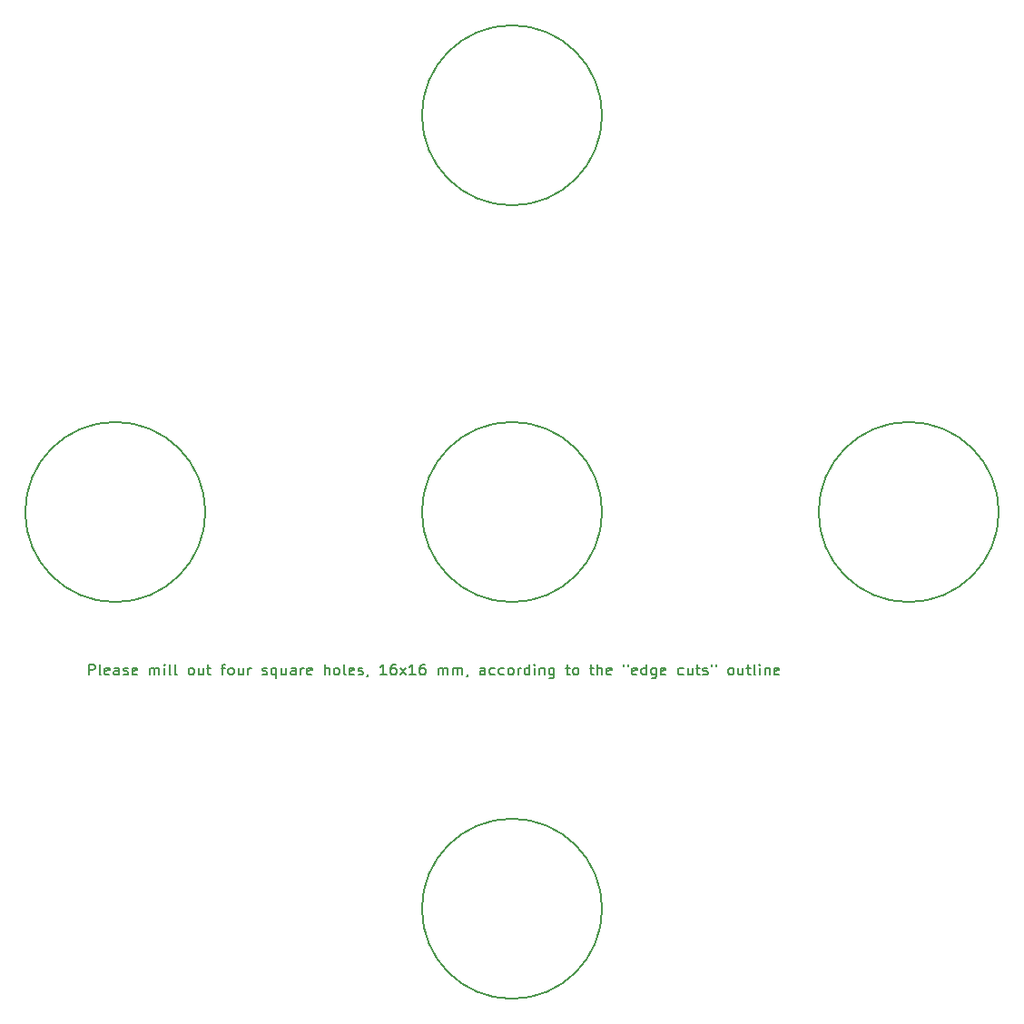
<source format=gbr>
%TF.GenerationSoftware,KiCad,Pcbnew,7.0.5-0*%
%TF.CreationDate,2024-04-09T15:10:57-04:00*%
%TF.ProjectId,quad_sipm,71756164-5f73-4697-906d-2e6b69636164,rev?*%
%TF.SameCoordinates,Original*%
%TF.FileFunction,Other,Comment*%
%FSLAX46Y46*%
G04 Gerber Fmt 4.6, Leading zero omitted, Abs format (unit mm)*
G04 Created by KiCad (PCBNEW 7.0.5-0) date 2024-04-09 15:10:57*
%MOMM*%
%LPD*%
G01*
G04 APERTURE LIST*
%ADD10C,0.150000*%
G04 APERTURE END LIST*
D10*
X60534779Y-115185819D02*
X60534779Y-114185819D01*
X60534779Y-114185819D02*
X60915731Y-114185819D01*
X60915731Y-114185819D02*
X61010969Y-114233438D01*
X61010969Y-114233438D02*
X61058588Y-114281057D01*
X61058588Y-114281057D02*
X61106207Y-114376295D01*
X61106207Y-114376295D02*
X61106207Y-114519152D01*
X61106207Y-114519152D02*
X61058588Y-114614390D01*
X61058588Y-114614390D02*
X61010969Y-114662009D01*
X61010969Y-114662009D02*
X60915731Y-114709628D01*
X60915731Y-114709628D02*
X60534779Y-114709628D01*
X61677636Y-115185819D02*
X61582398Y-115138200D01*
X61582398Y-115138200D02*
X61534779Y-115042961D01*
X61534779Y-115042961D02*
X61534779Y-114185819D01*
X62439541Y-115138200D02*
X62344303Y-115185819D01*
X62344303Y-115185819D02*
X62153827Y-115185819D01*
X62153827Y-115185819D02*
X62058589Y-115138200D01*
X62058589Y-115138200D02*
X62010970Y-115042961D01*
X62010970Y-115042961D02*
X62010970Y-114662009D01*
X62010970Y-114662009D02*
X62058589Y-114566771D01*
X62058589Y-114566771D02*
X62153827Y-114519152D01*
X62153827Y-114519152D02*
X62344303Y-114519152D01*
X62344303Y-114519152D02*
X62439541Y-114566771D01*
X62439541Y-114566771D02*
X62487160Y-114662009D01*
X62487160Y-114662009D02*
X62487160Y-114757247D01*
X62487160Y-114757247D02*
X62010970Y-114852485D01*
X63344303Y-115185819D02*
X63344303Y-114662009D01*
X63344303Y-114662009D02*
X63296684Y-114566771D01*
X63296684Y-114566771D02*
X63201446Y-114519152D01*
X63201446Y-114519152D02*
X63010970Y-114519152D01*
X63010970Y-114519152D02*
X62915732Y-114566771D01*
X63344303Y-115138200D02*
X63249065Y-115185819D01*
X63249065Y-115185819D02*
X63010970Y-115185819D01*
X63010970Y-115185819D02*
X62915732Y-115138200D01*
X62915732Y-115138200D02*
X62868113Y-115042961D01*
X62868113Y-115042961D02*
X62868113Y-114947723D01*
X62868113Y-114947723D02*
X62915732Y-114852485D01*
X62915732Y-114852485D02*
X63010970Y-114804866D01*
X63010970Y-114804866D02*
X63249065Y-114804866D01*
X63249065Y-114804866D02*
X63344303Y-114757247D01*
X63772875Y-115138200D02*
X63868113Y-115185819D01*
X63868113Y-115185819D02*
X64058589Y-115185819D01*
X64058589Y-115185819D02*
X64153827Y-115138200D01*
X64153827Y-115138200D02*
X64201446Y-115042961D01*
X64201446Y-115042961D02*
X64201446Y-114995342D01*
X64201446Y-114995342D02*
X64153827Y-114900104D01*
X64153827Y-114900104D02*
X64058589Y-114852485D01*
X64058589Y-114852485D02*
X63915732Y-114852485D01*
X63915732Y-114852485D02*
X63820494Y-114804866D01*
X63820494Y-114804866D02*
X63772875Y-114709628D01*
X63772875Y-114709628D02*
X63772875Y-114662009D01*
X63772875Y-114662009D02*
X63820494Y-114566771D01*
X63820494Y-114566771D02*
X63915732Y-114519152D01*
X63915732Y-114519152D02*
X64058589Y-114519152D01*
X64058589Y-114519152D02*
X64153827Y-114566771D01*
X65010970Y-115138200D02*
X64915732Y-115185819D01*
X64915732Y-115185819D02*
X64725256Y-115185819D01*
X64725256Y-115185819D02*
X64630018Y-115138200D01*
X64630018Y-115138200D02*
X64582399Y-115042961D01*
X64582399Y-115042961D02*
X64582399Y-114662009D01*
X64582399Y-114662009D02*
X64630018Y-114566771D01*
X64630018Y-114566771D02*
X64725256Y-114519152D01*
X64725256Y-114519152D02*
X64915732Y-114519152D01*
X64915732Y-114519152D02*
X65010970Y-114566771D01*
X65010970Y-114566771D02*
X65058589Y-114662009D01*
X65058589Y-114662009D02*
X65058589Y-114757247D01*
X65058589Y-114757247D02*
X64582399Y-114852485D01*
X66249066Y-115185819D02*
X66249066Y-114519152D01*
X66249066Y-114614390D02*
X66296685Y-114566771D01*
X66296685Y-114566771D02*
X66391923Y-114519152D01*
X66391923Y-114519152D02*
X66534780Y-114519152D01*
X66534780Y-114519152D02*
X66630018Y-114566771D01*
X66630018Y-114566771D02*
X66677637Y-114662009D01*
X66677637Y-114662009D02*
X66677637Y-115185819D01*
X66677637Y-114662009D02*
X66725256Y-114566771D01*
X66725256Y-114566771D02*
X66820494Y-114519152D01*
X66820494Y-114519152D02*
X66963351Y-114519152D01*
X66963351Y-114519152D02*
X67058590Y-114566771D01*
X67058590Y-114566771D02*
X67106209Y-114662009D01*
X67106209Y-114662009D02*
X67106209Y-115185819D01*
X67582399Y-115185819D02*
X67582399Y-114519152D01*
X67582399Y-114185819D02*
X67534780Y-114233438D01*
X67534780Y-114233438D02*
X67582399Y-114281057D01*
X67582399Y-114281057D02*
X67630018Y-114233438D01*
X67630018Y-114233438D02*
X67582399Y-114185819D01*
X67582399Y-114185819D02*
X67582399Y-114281057D01*
X68201446Y-115185819D02*
X68106208Y-115138200D01*
X68106208Y-115138200D02*
X68058589Y-115042961D01*
X68058589Y-115042961D02*
X68058589Y-114185819D01*
X68725256Y-115185819D02*
X68630018Y-115138200D01*
X68630018Y-115138200D02*
X68582399Y-115042961D01*
X68582399Y-115042961D02*
X68582399Y-114185819D01*
X70010971Y-115185819D02*
X69915733Y-115138200D01*
X69915733Y-115138200D02*
X69868114Y-115090580D01*
X69868114Y-115090580D02*
X69820495Y-114995342D01*
X69820495Y-114995342D02*
X69820495Y-114709628D01*
X69820495Y-114709628D02*
X69868114Y-114614390D01*
X69868114Y-114614390D02*
X69915733Y-114566771D01*
X69915733Y-114566771D02*
X70010971Y-114519152D01*
X70010971Y-114519152D02*
X70153828Y-114519152D01*
X70153828Y-114519152D02*
X70249066Y-114566771D01*
X70249066Y-114566771D02*
X70296685Y-114614390D01*
X70296685Y-114614390D02*
X70344304Y-114709628D01*
X70344304Y-114709628D02*
X70344304Y-114995342D01*
X70344304Y-114995342D02*
X70296685Y-115090580D01*
X70296685Y-115090580D02*
X70249066Y-115138200D01*
X70249066Y-115138200D02*
X70153828Y-115185819D01*
X70153828Y-115185819D02*
X70010971Y-115185819D01*
X71201447Y-114519152D02*
X71201447Y-115185819D01*
X70772876Y-114519152D02*
X70772876Y-115042961D01*
X70772876Y-115042961D02*
X70820495Y-115138200D01*
X70820495Y-115138200D02*
X70915733Y-115185819D01*
X70915733Y-115185819D02*
X71058590Y-115185819D01*
X71058590Y-115185819D02*
X71153828Y-115138200D01*
X71153828Y-115138200D02*
X71201447Y-115090580D01*
X71534781Y-114519152D02*
X71915733Y-114519152D01*
X71677638Y-114185819D02*
X71677638Y-115042961D01*
X71677638Y-115042961D02*
X71725257Y-115138200D01*
X71725257Y-115138200D02*
X71820495Y-115185819D01*
X71820495Y-115185819D02*
X71915733Y-115185819D01*
X72868115Y-114519152D02*
X73249067Y-114519152D01*
X73010972Y-115185819D02*
X73010972Y-114328676D01*
X73010972Y-114328676D02*
X73058591Y-114233438D01*
X73058591Y-114233438D02*
X73153829Y-114185819D01*
X73153829Y-114185819D02*
X73249067Y-114185819D01*
X73725258Y-115185819D02*
X73630020Y-115138200D01*
X73630020Y-115138200D02*
X73582401Y-115090580D01*
X73582401Y-115090580D02*
X73534782Y-114995342D01*
X73534782Y-114995342D02*
X73534782Y-114709628D01*
X73534782Y-114709628D02*
X73582401Y-114614390D01*
X73582401Y-114614390D02*
X73630020Y-114566771D01*
X73630020Y-114566771D02*
X73725258Y-114519152D01*
X73725258Y-114519152D02*
X73868115Y-114519152D01*
X73868115Y-114519152D02*
X73963353Y-114566771D01*
X73963353Y-114566771D02*
X74010972Y-114614390D01*
X74010972Y-114614390D02*
X74058591Y-114709628D01*
X74058591Y-114709628D02*
X74058591Y-114995342D01*
X74058591Y-114995342D02*
X74010972Y-115090580D01*
X74010972Y-115090580D02*
X73963353Y-115138200D01*
X73963353Y-115138200D02*
X73868115Y-115185819D01*
X73868115Y-115185819D02*
X73725258Y-115185819D01*
X74915734Y-114519152D02*
X74915734Y-115185819D01*
X74487163Y-114519152D02*
X74487163Y-115042961D01*
X74487163Y-115042961D02*
X74534782Y-115138200D01*
X74534782Y-115138200D02*
X74630020Y-115185819D01*
X74630020Y-115185819D02*
X74772877Y-115185819D01*
X74772877Y-115185819D02*
X74868115Y-115138200D01*
X74868115Y-115138200D02*
X74915734Y-115090580D01*
X75391925Y-115185819D02*
X75391925Y-114519152D01*
X75391925Y-114709628D02*
X75439544Y-114614390D01*
X75439544Y-114614390D02*
X75487163Y-114566771D01*
X75487163Y-114566771D02*
X75582401Y-114519152D01*
X75582401Y-114519152D02*
X75677639Y-114519152D01*
X76725259Y-115138200D02*
X76820497Y-115185819D01*
X76820497Y-115185819D02*
X77010973Y-115185819D01*
X77010973Y-115185819D02*
X77106211Y-115138200D01*
X77106211Y-115138200D02*
X77153830Y-115042961D01*
X77153830Y-115042961D02*
X77153830Y-114995342D01*
X77153830Y-114995342D02*
X77106211Y-114900104D01*
X77106211Y-114900104D02*
X77010973Y-114852485D01*
X77010973Y-114852485D02*
X76868116Y-114852485D01*
X76868116Y-114852485D02*
X76772878Y-114804866D01*
X76772878Y-114804866D02*
X76725259Y-114709628D01*
X76725259Y-114709628D02*
X76725259Y-114662009D01*
X76725259Y-114662009D02*
X76772878Y-114566771D01*
X76772878Y-114566771D02*
X76868116Y-114519152D01*
X76868116Y-114519152D02*
X77010973Y-114519152D01*
X77010973Y-114519152D02*
X77106211Y-114566771D01*
X78010973Y-114519152D02*
X78010973Y-115519152D01*
X78010973Y-115138200D02*
X77915735Y-115185819D01*
X77915735Y-115185819D02*
X77725259Y-115185819D01*
X77725259Y-115185819D02*
X77630021Y-115138200D01*
X77630021Y-115138200D02*
X77582402Y-115090580D01*
X77582402Y-115090580D02*
X77534783Y-114995342D01*
X77534783Y-114995342D02*
X77534783Y-114709628D01*
X77534783Y-114709628D02*
X77582402Y-114614390D01*
X77582402Y-114614390D02*
X77630021Y-114566771D01*
X77630021Y-114566771D02*
X77725259Y-114519152D01*
X77725259Y-114519152D02*
X77915735Y-114519152D01*
X77915735Y-114519152D02*
X78010973Y-114566771D01*
X78915735Y-114519152D02*
X78915735Y-115185819D01*
X78487164Y-114519152D02*
X78487164Y-115042961D01*
X78487164Y-115042961D02*
X78534783Y-115138200D01*
X78534783Y-115138200D02*
X78630021Y-115185819D01*
X78630021Y-115185819D02*
X78772878Y-115185819D01*
X78772878Y-115185819D02*
X78868116Y-115138200D01*
X78868116Y-115138200D02*
X78915735Y-115090580D01*
X79820497Y-115185819D02*
X79820497Y-114662009D01*
X79820497Y-114662009D02*
X79772878Y-114566771D01*
X79772878Y-114566771D02*
X79677640Y-114519152D01*
X79677640Y-114519152D02*
X79487164Y-114519152D01*
X79487164Y-114519152D02*
X79391926Y-114566771D01*
X79820497Y-115138200D02*
X79725259Y-115185819D01*
X79725259Y-115185819D02*
X79487164Y-115185819D01*
X79487164Y-115185819D02*
X79391926Y-115138200D01*
X79391926Y-115138200D02*
X79344307Y-115042961D01*
X79344307Y-115042961D02*
X79344307Y-114947723D01*
X79344307Y-114947723D02*
X79391926Y-114852485D01*
X79391926Y-114852485D02*
X79487164Y-114804866D01*
X79487164Y-114804866D02*
X79725259Y-114804866D01*
X79725259Y-114804866D02*
X79820497Y-114757247D01*
X80296688Y-115185819D02*
X80296688Y-114519152D01*
X80296688Y-114709628D02*
X80344307Y-114614390D01*
X80344307Y-114614390D02*
X80391926Y-114566771D01*
X80391926Y-114566771D02*
X80487164Y-114519152D01*
X80487164Y-114519152D02*
X80582402Y-114519152D01*
X81296688Y-115138200D02*
X81201450Y-115185819D01*
X81201450Y-115185819D02*
X81010974Y-115185819D01*
X81010974Y-115185819D02*
X80915736Y-115138200D01*
X80915736Y-115138200D02*
X80868117Y-115042961D01*
X80868117Y-115042961D02*
X80868117Y-114662009D01*
X80868117Y-114662009D02*
X80915736Y-114566771D01*
X80915736Y-114566771D02*
X81010974Y-114519152D01*
X81010974Y-114519152D02*
X81201450Y-114519152D01*
X81201450Y-114519152D02*
X81296688Y-114566771D01*
X81296688Y-114566771D02*
X81344307Y-114662009D01*
X81344307Y-114662009D02*
X81344307Y-114757247D01*
X81344307Y-114757247D02*
X80868117Y-114852485D01*
X82534784Y-115185819D02*
X82534784Y-114185819D01*
X82963355Y-115185819D02*
X82963355Y-114662009D01*
X82963355Y-114662009D02*
X82915736Y-114566771D01*
X82915736Y-114566771D02*
X82820498Y-114519152D01*
X82820498Y-114519152D02*
X82677641Y-114519152D01*
X82677641Y-114519152D02*
X82582403Y-114566771D01*
X82582403Y-114566771D02*
X82534784Y-114614390D01*
X83582403Y-115185819D02*
X83487165Y-115138200D01*
X83487165Y-115138200D02*
X83439546Y-115090580D01*
X83439546Y-115090580D02*
X83391927Y-114995342D01*
X83391927Y-114995342D02*
X83391927Y-114709628D01*
X83391927Y-114709628D02*
X83439546Y-114614390D01*
X83439546Y-114614390D02*
X83487165Y-114566771D01*
X83487165Y-114566771D02*
X83582403Y-114519152D01*
X83582403Y-114519152D02*
X83725260Y-114519152D01*
X83725260Y-114519152D02*
X83820498Y-114566771D01*
X83820498Y-114566771D02*
X83868117Y-114614390D01*
X83868117Y-114614390D02*
X83915736Y-114709628D01*
X83915736Y-114709628D02*
X83915736Y-114995342D01*
X83915736Y-114995342D02*
X83868117Y-115090580D01*
X83868117Y-115090580D02*
X83820498Y-115138200D01*
X83820498Y-115138200D02*
X83725260Y-115185819D01*
X83725260Y-115185819D02*
X83582403Y-115185819D01*
X84487165Y-115185819D02*
X84391927Y-115138200D01*
X84391927Y-115138200D02*
X84344308Y-115042961D01*
X84344308Y-115042961D02*
X84344308Y-114185819D01*
X85249070Y-115138200D02*
X85153832Y-115185819D01*
X85153832Y-115185819D02*
X84963356Y-115185819D01*
X84963356Y-115185819D02*
X84868118Y-115138200D01*
X84868118Y-115138200D02*
X84820499Y-115042961D01*
X84820499Y-115042961D02*
X84820499Y-114662009D01*
X84820499Y-114662009D02*
X84868118Y-114566771D01*
X84868118Y-114566771D02*
X84963356Y-114519152D01*
X84963356Y-114519152D02*
X85153832Y-114519152D01*
X85153832Y-114519152D02*
X85249070Y-114566771D01*
X85249070Y-114566771D02*
X85296689Y-114662009D01*
X85296689Y-114662009D02*
X85296689Y-114757247D01*
X85296689Y-114757247D02*
X84820499Y-114852485D01*
X85677642Y-115138200D02*
X85772880Y-115185819D01*
X85772880Y-115185819D02*
X85963356Y-115185819D01*
X85963356Y-115185819D02*
X86058594Y-115138200D01*
X86058594Y-115138200D02*
X86106213Y-115042961D01*
X86106213Y-115042961D02*
X86106213Y-114995342D01*
X86106213Y-114995342D02*
X86058594Y-114900104D01*
X86058594Y-114900104D02*
X85963356Y-114852485D01*
X85963356Y-114852485D02*
X85820499Y-114852485D01*
X85820499Y-114852485D02*
X85725261Y-114804866D01*
X85725261Y-114804866D02*
X85677642Y-114709628D01*
X85677642Y-114709628D02*
X85677642Y-114662009D01*
X85677642Y-114662009D02*
X85725261Y-114566771D01*
X85725261Y-114566771D02*
X85820499Y-114519152D01*
X85820499Y-114519152D02*
X85963356Y-114519152D01*
X85963356Y-114519152D02*
X86058594Y-114566771D01*
X86582404Y-115138200D02*
X86582404Y-115185819D01*
X86582404Y-115185819D02*
X86534785Y-115281057D01*
X86534785Y-115281057D02*
X86487166Y-115328676D01*
X88296689Y-115185819D02*
X87725261Y-115185819D01*
X88010975Y-115185819D02*
X88010975Y-114185819D01*
X88010975Y-114185819D02*
X87915737Y-114328676D01*
X87915737Y-114328676D02*
X87820499Y-114423914D01*
X87820499Y-114423914D02*
X87725261Y-114471533D01*
X89153832Y-114185819D02*
X88963356Y-114185819D01*
X88963356Y-114185819D02*
X88868118Y-114233438D01*
X88868118Y-114233438D02*
X88820499Y-114281057D01*
X88820499Y-114281057D02*
X88725261Y-114423914D01*
X88725261Y-114423914D02*
X88677642Y-114614390D01*
X88677642Y-114614390D02*
X88677642Y-114995342D01*
X88677642Y-114995342D02*
X88725261Y-115090580D01*
X88725261Y-115090580D02*
X88772880Y-115138200D01*
X88772880Y-115138200D02*
X88868118Y-115185819D01*
X88868118Y-115185819D02*
X89058594Y-115185819D01*
X89058594Y-115185819D02*
X89153832Y-115138200D01*
X89153832Y-115138200D02*
X89201451Y-115090580D01*
X89201451Y-115090580D02*
X89249070Y-114995342D01*
X89249070Y-114995342D02*
X89249070Y-114757247D01*
X89249070Y-114757247D02*
X89201451Y-114662009D01*
X89201451Y-114662009D02*
X89153832Y-114614390D01*
X89153832Y-114614390D02*
X89058594Y-114566771D01*
X89058594Y-114566771D02*
X88868118Y-114566771D01*
X88868118Y-114566771D02*
X88772880Y-114614390D01*
X88772880Y-114614390D02*
X88725261Y-114662009D01*
X88725261Y-114662009D02*
X88677642Y-114757247D01*
X89582404Y-115185819D02*
X90106213Y-114519152D01*
X89582404Y-114519152D02*
X90106213Y-115185819D01*
X91010975Y-115185819D02*
X90439547Y-115185819D01*
X90725261Y-115185819D02*
X90725261Y-114185819D01*
X90725261Y-114185819D02*
X90630023Y-114328676D01*
X90630023Y-114328676D02*
X90534785Y-114423914D01*
X90534785Y-114423914D02*
X90439547Y-114471533D01*
X91868118Y-114185819D02*
X91677642Y-114185819D01*
X91677642Y-114185819D02*
X91582404Y-114233438D01*
X91582404Y-114233438D02*
X91534785Y-114281057D01*
X91534785Y-114281057D02*
X91439547Y-114423914D01*
X91439547Y-114423914D02*
X91391928Y-114614390D01*
X91391928Y-114614390D02*
X91391928Y-114995342D01*
X91391928Y-114995342D02*
X91439547Y-115090580D01*
X91439547Y-115090580D02*
X91487166Y-115138200D01*
X91487166Y-115138200D02*
X91582404Y-115185819D01*
X91582404Y-115185819D02*
X91772880Y-115185819D01*
X91772880Y-115185819D02*
X91868118Y-115138200D01*
X91868118Y-115138200D02*
X91915737Y-115090580D01*
X91915737Y-115090580D02*
X91963356Y-114995342D01*
X91963356Y-114995342D02*
X91963356Y-114757247D01*
X91963356Y-114757247D02*
X91915737Y-114662009D01*
X91915737Y-114662009D02*
X91868118Y-114614390D01*
X91868118Y-114614390D02*
X91772880Y-114566771D01*
X91772880Y-114566771D02*
X91582404Y-114566771D01*
X91582404Y-114566771D02*
X91487166Y-114614390D01*
X91487166Y-114614390D02*
X91439547Y-114662009D01*
X91439547Y-114662009D02*
X91391928Y-114757247D01*
X93153833Y-115185819D02*
X93153833Y-114519152D01*
X93153833Y-114614390D02*
X93201452Y-114566771D01*
X93201452Y-114566771D02*
X93296690Y-114519152D01*
X93296690Y-114519152D02*
X93439547Y-114519152D01*
X93439547Y-114519152D02*
X93534785Y-114566771D01*
X93534785Y-114566771D02*
X93582404Y-114662009D01*
X93582404Y-114662009D02*
X93582404Y-115185819D01*
X93582404Y-114662009D02*
X93630023Y-114566771D01*
X93630023Y-114566771D02*
X93725261Y-114519152D01*
X93725261Y-114519152D02*
X93868118Y-114519152D01*
X93868118Y-114519152D02*
X93963357Y-114566771D01*
X93963357Y-114566771D02*
X94010976Y-114662009D01*
X94010976Y-114662009D02*
X94010976Y-115185819D01*
X94487166Y-115185819D02*
X94487166Y-114519152D01*
X94487166Y-114614390D02*
X94534785Y-114566771D01*
X94534785Y-114566771D02*
X94630023Y-114519152D01*
X94630023Y-114519152D02*
X94772880Y-114519152D01*
X94772880Y-114519152D02*
X94868118Y-114566771D01*
X94868118Y-114566771D02*
X94915737Y-114662009D01*
X94915737Y-114662009D02*
X94915737Y-115185819D01*
X94915737Y-114662009D02*
X94963356Y-114566771D01*
X94963356Y-114566771D02*
X95058594Y-114519152D01*
X95058594Y-114519152D02*
X95201451Y-114519152D01*
X95201451Y-114519152D02*
X95296690Y-114566771D01*
X95296690Y-114566771D02*
X95344309Y-114662009D01*
X95344309Y-114662009D02*
X95344309Y-115185819D01*
X95868118Y-115138200D02*
X95868118Y-115185819D01*
X95868118Y-115185819D02*
X95820499Y-115281057D01*
X95820499Y-115281057D02*
X95772880Y-115328676D01*
X97487165Y-115185819D02*
X97487165Y-114662009D01*
X97487165Y-114662009D02*
X97439546Y-114566771D01*
X97439546Y-114566771D02*
X97344308Y-114519152D01*
X97344308Y-114519152D02*
X97153832Y-114519152D01*
X97153832Y-114519152D02*
X97058594Y-114566771D01*
X97487165Y-115138200D02*
X97391927Y-115185819D01*
X97391927Y-115185819D02*
X97153832Y-115185819D01*
X97153832Y-115185819D02*
X97058594Y-115138200D01*
X97058594Y-115138200D02*
X97010975Y-115042961D01*
X97010975Y-115042961D02*
X97010975Y-114947723D01*
X97010975Y-114947723D02*
X97058594Y-114852485D01*
X97058594Y-114852485D02*
X97153832Y-114804866D01*
X97153832Y-114804866D02*
X97391927Y-114804866D01*
X97391927Y-114804866D02*
X97487165Y-114757247D01*
X98391927Y-115138200D02*
X98296689Y-115185819D01*
X98296689Y-115185819D02*
X98106213Y-115185819D01*
X98106213Y-115185819D02*
X98010975Y-115138200D01*
X98010975Y-115138200D02*
X97963356Y-115090580D01*
X97963356Y-115090580D02*
X97915737Y-114995342D01*
X97915737Y-114995342D02*
X97915737Y-114709628D01*
X97915737Y-114709628D02*
X97963356Y-114614390D01*
X97963356Y-114614390D02*
X98010975Y-114566771D01*
X98010975Y-114566771D02*
X98106213Y-114519152D01*
X98106213Y-114519152D02*
X98296689Y-114519152D01*
X98296689Y-114519152D02*
X98391927Y-114566771D01*
X99249070Y-115138200D02*
X99153832Y-115185819D01*
X99153832Y-115185819D02*
X98963356Y-115185819D01*
X98963356Y-115185819D02*
X98868118Y-115138200D01*
X98868118Y-115138200D02*
X98820499Y-115090580D01*
X98820499Y-115090580D02*
X98772880Y-114995342D01*
X98772880Y-114995342D02*
X98772880Y-114709628D01*
X98772880Y-114709628D02*
X98820499Y-114614390D01*
X98820499Y-114614390D02*
X98868118Y-114566771D01*
X98868118Y-114566771D02*
X98963356Y-114519152D01*
X98963356Y-114519152D02*
X99153832Y-114519152D01*
X99153832Y-114519152D02*
X99249070Y-114566771D01*
X99820499Y-115185819D02*
X99725261Y-115138200D01*
X99725261Y-115138200D02*
X99677642Y-115090580D01*
X99677642Y-115090580D02*
X99630023Y-114995342D01*
X99630023Y-114995342D02*
X99630023Y-114709628D01*
X99630023Y-114709628D02*
X99677642Y-114614390D01*
X99677642Y-114614390D02*
X99725261Y-114566771D01*
X99725261Y-114566771D02*
X99820499Y-114519152D01*
X99820499Y-114519152D02*
X99963356Y-114519152D01*
X99963356Y-114519152D02*
X100058594Y-114566771D01*
X100058594Y-114566771D02*
X100106213Y-114614390D01*
X100106213Y-114614390D02*
X100153832Y-114709628D01*
X100153832Y-114709628D02*
X100153832Y-114995342D01*
X100153832Y-114995342D02*
X100106213Y-115090580D01*
X100106213Y-115090580D02*
X100058594Y-115138200D01*
X100058594Y-115138200D02*
X99963356Y-115185819D01*
X99963356Y-115185819D02*
X99820499Y-115185819D01*
X100582404Y-115185819D02*
X100582404Y-114519152D01*
X100582404Y-114709628D02*
X100630023Y-114614390D01*
X100630023Y-114614390D02*
X100677642Y-114566771D01*
X100677642Y-114566771D02*
X100772880Y-114519152D01*
X100772880Y-114519152D02*
X100868118Y-114519152D01*
X101630023Y-115185819D02*
X101630023Y-114185819D01*
X101630023Y-115138200D02*
X101534785Y-115185819D01*
X101534785Y-115185819D02*
X101344309Y-115185819D01*
X101344309Y-115185819D02*
X101249071Y-115138200D01*
X101249071Y-115138200D02*
X101201452Y-115090580D01*
X101201452Y-115090580D02*
X101153833Y-114995342D01*
X101153833Y-114995342D02*
X101153833Y-114709628D01*
X101153833Y-114709628D02*
X101201452Y-114614390D01*
X101201452Y-114614390D02*
X101249071Y-114566771D01*
X101249071Y-114566771D02*
X101344309Y-114519152D01*
X101344309Y-114519152D02*
X101534785Y-114519152D01*
X101534785Y-114519152D02*
X101630023Y-114566771D01*
X102106214Y-115185819D02*
X102106214Y-114519152D01*
X102106214Y-114185819D02*
X102058595Y-114233438D01*
X102058595Y-114233438D02*
X102106214Y-114281057D01*
X102106214Y-114281057D02*
X102153833Y-114233438D01*
X102153833Y-114233438D02*
X102106214Y-114185819D01*
X102106214Y-114185819D02*
X102106214Y-114281057D01*
X102582404Y-114519152D02*
X102582404Y-115185819D01*
X102582404Y-114614390D02*
X102630023Y-114566771D01*
X102630023Y-114566771D02*
X102725261Y-114519152D01*
X102725261Y-114519152D02*
X102868118Y-114519152D01*
X102868118Y-114519152D02*
X102963356Y-114566771D01*
X102963356Y-114566771D02*
X103010975Y-114662009D01*
X103010975Y-114662009D02*
X103010975Y-115185819D01*
X103915737Y-114519152D02*
X103915737Y-115328676D01*
X103915737Y-115328676D02*
X103868118Y-115423914D01*
X103868118Y-115423914D02*
X103820499Y-115471533D01*
X103820499Y-115471533D02*
X103725261Y-115519152D01*
X103725261Y-115519152D02*
X103582404Y-115519152D01*
X103582404Y-115519152D02*
X103487166Y-115471533D01*
X103915737Y-115138200D02*
X103820499Y-115185819D01*
X103820499Y-115185819D02*
X103630023Y-115185819D01*
X103630023Y-115185819D02*
X103534785Y-115138200D01*
X103534785Y-115138200D02*
X103487166Y-115090580D01*
X103487166Y-115090580D02*
X103439547Y-114995342D01*
X103439547Y-114995342D02*
X103439547Y-114709628D01*
X103439547Y-114709628D02*
X103487166Y-114614390D01*
X103487166Y-114614390D02*
X103534785Y-114566771D01*
X103534785Y-114566771D02*
X103630023Y-114519152D01*
X103630023Y-114519152D02*
X103820499Y-114519152D01*
X103820499Y-114519152D02*
X103915737Y-114566771D01*
X105010976Y-114519152D02*
X105391928Y-114519152D01*
X105153833Y-114185819D02*
X105153833Y-115042961D01*
X105153833Y-115042961D02*
X105201452Y-115138200D01*
X105201452Y-115138200D02*
X105296690Y-115185819D01*
X105296690Y-115185819D02*
X105391928Y-115185819D01*
X105868119Y-115185819D02*
X105772881Y-115138200D01*
X105772881Y-115138200D02*
X105725262Y-115090580D01*
X105725262Y-115090580D02*
X105677643Y-114995342D01*
X105677643Y-114995342D02*
X105677643Y-114709628D01*
X105677643Y-114709628D02*
X105725262Y-114614390D01*
X105725262Y-114614390D02*
X105772881Y-114566771D01*
X105772881Y-114566771D02*
X105868119Y-114519152D01*
X105868119Y-114519152D02*
X106010976Y-114519152D01*
X106010976Y-114519152D02*
X106106214Y-114566771D01*
X106106214Y-114566771D02*
X106153833Y-114614390D01*
X106153833Y-114614390D02*
X106201452Y-114709628D01*
X106201452Y-114709628D02*
X106201452Y-114995342D01*
X106201452Y-114995342D02*
X106153833Y-115090580D01*
X106153833Y-115090580D02*
X106106214Y-115138200D01*
X106106214Y-115138200D02*
X106010976Y-115185819D01*
X106010976Y-115185819D02*
X105868119Y-115185819D01*
X107249072Y-114519152D02*
X107630024Y-114519152D01*
X107391929Y-114185819D02*
X107391929Y-115042961D01*
X107391929Y-115042961D02*
X107439548Y-115138200D01*
X107439548Y-115138200D02*
X107534786Y-115185819D01*
X107534786Y-115185819D02*
X107630024Y-115185819D01*
X107963358Y-115185819D02*
X107963358Y-114185819D01*
X108391929Y-115185819D02*
X108391929Y-114662009D01*
X108391929Y-114662009D02*
X108344310Y-114566771D01*
X108344310Y-114566771D02*
X108249072Y-114519152D01*
X108249072Y-114519152D02*
X108106215Y-114519152D01*
X108106215Y-114519152D02*
X108010977Y-114566771D01*
X108010977Y-114566771D02*
X107963358Y-114614390D01*
X109249072Y-115138200D02*
X109153834Y-115185819D01*
X109153834Y-115185819D02*
X108963358Y-115185819D01*
X108963358Y-115185819D02*
X108868120Y-115138200D01*
X108868120Y-115138200D02*
X108820501Y-115042961D01*
X108820501Y-115042961D02*
X108820501Y-114662009D01*
X108820501Y-114662009D02*
X108868120Y-114566771D01*
X108868120Y-114566771D02*
X108963358Y-114519152D01*
X108963358Y-114519152D02*
X109153834Y-114519152D01*
X109153834Y-114519152D02*
X109249072Y-114566771D01*
X109249072Y-114566771D02*
X109296691Y-114662009D01*
X109296691Y-114662009D02*
X109296691Y-114757247D01*
X109296691Y-114757247D02*
X108820501Y-114852485D01*
X110439549Y-114185819D02*
X110439549Y-114376295D01*
X110820501Y-114185819D02*
X110820501Y-114376295D01*
X111630025Y-115138200D02*
X111534787Y-115185819D01*
X111534787Y-115185819D02*
X111344311Y-115185819D01*
X111344311Y-115185819D02*
X111249073Y-115138200D01*
X111249073Y-115138200D02*
X111201454Y-115042961D01*
X111201454Y-115042961D02*
X111201454Y-114662009D01*
X111201454Y-114662009D02*
X111249073Y-114566771D01*
X111249073Y-114566771D02*
X111344311Y-114519152D01*
X111344311Y-114519152D02*
X111534787Y-114519152D01*
X111534787Y-114519152D02*
X111630025Y-114566771D01*
X111630025Y-114566771D02*
X111677644Y-114662009D01*
X111677644Y-114662009D02*
X111677644Y-114757247D01*
X111677644Y-114757247D02*
X111201454Y-114852485D01*
X112534787Y-115185819D02*
X112534787Y-114185819D01*
X112534787Y-115138200D02*
X112439549Y-115185819D01*
X112439549Y-115185819D02*
X112249073Y-115185819D01*
X112249073Y-115185819D02*
X112153835Y-115138200D01*
X112153835Y-115138200D02*
X112106216Y-115090580D01*
X112106216Y-115090580D02*
X112058597Y-114995342D01*
X112058597Y-114995342D02*
X112058597Y-114709628D01*
X112058597Y-114709628D02*
X112106216Y-114614390D01*
X112106216Y-114614390D02*
X112153835Y-114566771D01*
X112153835Y-114566771D02*
X112249073Y-114519152D01*
X112249073Y-114519152D02*
X112439549Y-114519152D01*
X112439549Y-114519152D02*
X112534787Y-114566771D01*
X113439549Y-114519152D02*
X113439549Y-115328676D01*
X113439549Y-115328676D02*
X113391930Y-115423914D01*
X113391930Y-115423914D02*
X113344311Y-115471533D01*
X113344311Y-115471533D02*
X113249073Y-115519152D01*
X113249073Y-115519152D02*
X113106216Y-115519152D01*
X113106216Y-115519152D02*
X113010978Y-115471533D01*
X113439549Y-115138200D02*
X113344311Y-115185819D01*
X113344311Y-115185819D02*
X113153835Y-115185819D01*
X113153835Y-115185819D02*
X113058597Y-115138200D01*
X113058597Y-115138200D02*
X113010978Y-115090580D01*
X113010978Y-115090580D02*
X112963359Y-114995342D01*
X112963359Y-114995342D02*
X112963359Y-114709628D01*
X112963359Y-114709628D02*
X113010978Y-114614390D01*
X113010978Y-114614390D02*
X113058597Y-114566771D01*
X113058597Y-114566771D02*
X113153835Y-114519152D01*
X113153835Y-114519152D02*
X113344311Y-114519152D01*
X113344311Y-114519152D02*
X113439549Y-114566771D01*
X114296692Y-115138200D02*
X114201454Y-115185819D01*
X114201454Y-115185819D02*
X114010978Y-115185819D01*
X114010978Y-115185819D02*
X113915740Y-115138200D01*
X113915740Y-115138200D02*
X113868121Y-115042961D01*
X113868121Y-115042961D02*
X113868121Y-114662009D01*
X113868121Y-114662009D02*
X113915740Y-114566771D01*
X113915740Y-114566771D02*
X114010978Y-114519152D01*
X114010978Y-114519152D02*
X114201454Y-114519152D01*
X114201454Y-114519152D02*
X114296692Y-114566771D01*
X114296692Y-114566771D02*
X114344311Y-114662009D01*
X114344311Y-114662009D02*
X114344311Y-114757247D01*
X114344311Y-114757247D02*
X113868121Y-114852485D01*
X115963359Y-115138200D02*
X115868121Y-115185819D01*
X115868121Y-115185819D02*
X115677645Y-115185819D01*
X115677645Y-115185819D02*
X115582407Y-115138200D01*
X115582407Y-115138200D02*
X115534788Y-115090580D01*
X115534788Y-115090580D02*
X115487169Y-114995342D01*
X115487169Y-114995342D02*
X115487169Y-114709628D01*
X115487169Y-114709628D02*
X115534788Y-114614390D01*
X115534788Y-114614390D02*
X115582407Y-114566771D01*
X115582407Y-114566771D02*
X115677645Y-114519152D01*
X115677645Y-114519152D02*
X115868121Y-114519152D01*
X115868121Y-114519152D02*
X115963359Y-114566771D01*
X116820502Y-114519152D02*
X116820502Y-115185819D01*
X116391931Y-114519152D02*
X116391931Y-115042961D01*
X116391931Y-115042961D02*
X116439550Y-115138200D01*
X116439550Y-115138200D02*
X116534788Y-115185819D01*
X116534788Y-115185819D02*
X116677645Y-115185819D01*
X116677645Y-115185819D02*
X116772883Y-115138200D01*
X116772883Y-115138200D02*
X116820502Y-115090580D01*
X117153836Y-114519152D02*
X117534788Y-114519152D01*
X117296693Y-114185819D02*
X117296693Y-115042961D01*
X117296693Y-115042961D02*
X117344312Y-115138200D01*
X117344312Y-115138200D02*
X117439550Y-115185819D01*
X117439550Y-115185819D02*
X117534788Y-115185819D01*
X117820503Y-115138200D02*
X117915741Y-115185819D01*
X117915741Y-115185819D02*
X118106217Y-115185819D01*
X118106217Y-115185819D02*
X118201455Y-115138200D01*
X118201455Y-115138200D02*
X118249074Y-115042961D01*
X118249074Y-115042961D02*
X118249074Y-114995342D01*
X118249074Y-114995342D02*
X118201455Y-114900104D01*
X118201455Y-114900104D02*
X118106217Y-114852485D01*
X118106217Y-114852485D02*
X117963360Y-114852485D01*
X117963360Y-114852485D02*
X117868122Y-114804866D01*
X117868122Y-114804866D02*
X117820503Y-114709628D01*
X117820503Y-114709628D02*
X117820503Y-114662009D01*
X117820503Y-114662009D02*
X117868122Y-114566771D01*
X117868122Y-114566771D02*
X117963360Y-114519152D01*
X117963360Y-114519152D02*
X118106217Y-114519152D01*
X118106217Y-114519152D02*
X118201455Y-114566771D01*
X118630027Y-114185819D02*
X118630027Y-114376295D01*
X119010979Y-114185819D02*
X119010979Y-114376295D01*
X120344313Y-115185819D02*
X120249075Y-115138200D01*
X120249075Y-115138200D02*
X120201456Y-115090580D01*
X120201456Y-115090580D02*
X120153837Y-114995342D01*
X120153837Y-114995342D02*
X120153837Y-114709628D01*
X120153837Y-114709628D02*
X120201456Y-114614390D01*
X120201456Y-114614390D02*
X120249075Y-114566771D01*
X120249075Y-114566771D02*
X120344313Y-114519152D01*
X120344313Y-114519152D02*
X120487170Y-114519152D01*
X120487170Y-114519152D02*
X120582408Y-114566771D01*
X120582408Y-114566771D02*
X120630027Y-114614390D01*
X120630027Y-114614390D02*
X120677646Y-114709628D01*
X120677646Y-114709628D02*
X120677646Y-114995342D01*
X120677646Y-114995342D02*
X120630027Y-115090580D01*
X120630027Y-115090580D02*
X120582408Y-115138200D01*
X120582408Y-115138200D02*
X120487170Y-115185819D01*
X120487170Y-115185819D02*
X120344313Y-115185819D01*
X121534789Y-114519152D02*
X121534789Y-115185819D01*
X121106218Y-114519152D02*
X121106218Y-115042961D01*
X121106218Y-115042961D02*
X121153837Y-115138200D01*
X121153837Y-115138200D02*
X121249075Y-115185819D01*
X121249075Y-115185819D02*
X121391932Y-115185819D01*
X121391932Y-115185819D02*
X121487170Y-115138200D01*
X121487170Y-115138200D02*
X121534789Y-115090580D01*
X121868123Y-114519152D02*
X122249075Y-114519152D01*
X122010980Y-114185819D02*
X122010980Y-115042961D01*
X122010980Y-115042961D02*
X122058599Y-115138200D01*
X122058599Y-115138200D02*
X122153837Y-115185819D01*
X122153837Y-115185819D02*
X122249075Y-115185819D01*
X122725266Y-115185819D02*
X122630028Y-115138200D01*
X122630028Y-115138200D02*
X122582409Y-115042961D01*
X122582409Y-115042961D02*
X122582409Y-114185819D01*
X123106219Y-115185819D02*
X123106219Y-114519152D01*
X123106219Y-114185819D02*
X123058600Y-114233438D01*
X123058600Y-114233438D02*
X123106219Y-114281057D01*
X123106219Y-114281057D02*
X123153838Y-114233438D01*
X123153838Y-114233438D02*
X123106219Y-114185819D01*
X123106219Y-114185819D02*
X123106219Y-114281057D01*
X123582409Y-114519152D02*
X123582409Y-115185819D01*
X123582409Y-114614390D02*
X123630028Y-114566771D01*
X123630028Y-114566771D02*
X123725266Y-114519152D01*
X123725266Y-114519152D02*
X123868123Y-114519152D01*
X123868123Y-114519152D02*
X123963361Y-114566771D01*
X123963361Y-114566771D02*
X124010980Y-114662009D01*
X124010980Y-114662009D02*
X124010980Y-115185819D01*
X124868123Y-115138200D02*
X124772885Y-115185819D01*
X124772885Y-115185819D02*
X124582409Y-115185819D01*
X124582409Y-115185819D02*
X124487171Y-115138200D01*
X124487171Y-115138200D02*
X124439552Y-115042961D01*
X124439552Y-115042961D02*
X124439552Y-114662009D01*
X124439552Y-114662009D02*
X124487171Y-114566771D01*
X124487171Y-114566771D02*
X124582409Y-114519152D01*
X124582409Y-114519152D02*
X124772885Y-114519152D01*
X124772885Y-114519152D02*
X124868123Y-114566771D01*
X124868123Y-114566771D02*
X124915742Y-114662009D01*
X124915742Y-114662009D02*
X124915742Y-114757247D01*
X124915742Y-114757247D02*
X124439552Y-114852485D01*
%TO.C,H2*%
X108400000Y-100000000D02*
G75*
G03*
X108400000Y-100000000I-8400000J0D01*
G01*
%TO.C,H3*%
X108400000Y-137000000D02*
G75*
G03*
X108400000Y-137000000I-8400000J0D01*
G01*
%TO.C,H4*%
X145400000Y-100000000D02*
G75*
G03*
X145400000Y-100000000I-8400000J0D01*
G01*
%TO.C,H5*%
X71400000Y-100000000D02*
G75*
G03*
X71400000Y-100000000I-8400000J0D01*
G01*
%TO.C,H1*%
X108400000Y-63000000D02*
G75*
G03*
X108400000Y-63000000I-8400000J0D01*
G01*
%TD*%
M02*

</source>
